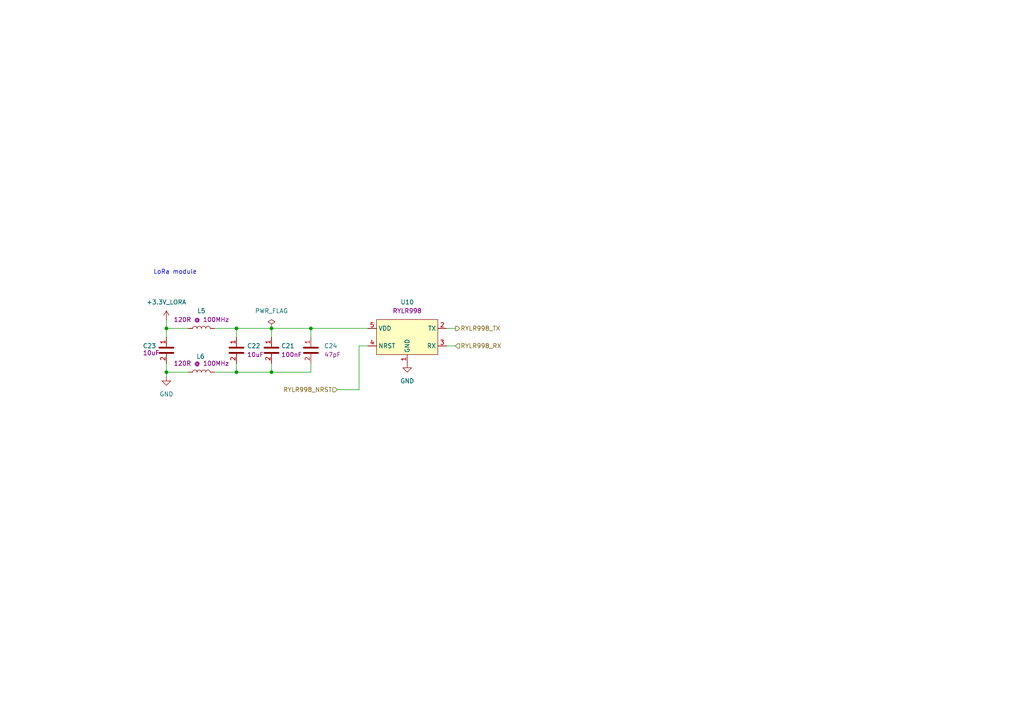
<source format=kicad_sch>
(kicad_sch
	(version 20250114)
	(generator "eeschema")
	(generator_version "9.0")
	(uuid "35de5680-8a92-4cbb-83ad-bcdbf05e03e4")
	(paper "A4")
	(lib_symbols
		(symbol "002-Capacitors:C_100nF_50V_10%_X7R_0402"
			(exclude_from_sim no)
			(in_bom yes)
			(on_board yes)
			(property "Reference" "C"
				(at 5.588 1.27 0)
				(effects
					(font
						(size 1.27 1.27)
					)
				)
			)
			(property "Value" "C_100nF_50V_10%_X7R_0402_H0.55"
				(at -0.508 -31.496 0)
				(effects
					(font
						(size 1.27 1.27)
					)
					(hide yes)
				)
			)
			(property "Footprint" "002-Capacitors:C_0402_H0.55"
				(at -0.254 -25.4 0)
				(effects
					(font
						(size 1.27 1.27)
					)
					(hide yes)
				)
			)
			(property "Datasheet" "https://search.murata.co.jp/Ceramy/image/img/A01X/G101/ENG/GRM155R71H104KE14-01.pdf"
				(at -0.254 -29.464 0)
				(effects
					(font
						(size 1.27 1.27)
					)
					(hide yes)
				)
			)
			(property "Description" "Ceramic capacitor"
				(at -0.508 -19.812 0)
				(effects
					(font
						(size 1.27 1.27)
					)
					(hide yes)
				)
			)
			(property "Web link" "https://www.digikey.ch/en/products/detail/murata-electronics/GRM155R71H104KE14J/5973352"
				(at -0.254 -23.876 0)
				(effects
					(font
						(size 1.27 1.27)
					)
					(hide yes)
				)
			)
			(property "Manufacturer" "Murata Electronics"
				(at -0.508 -34.29 0)
				(effects
					(font
						(size 1.27 1.27)
					)
					(hide yes)
				)
			)
			(property "Manufacturer P/N" "GRM155R71H104KE14J"
				(at -0.508 -27.432 0)
				(effects
					(font
						(size 1.27 1.27)
					)
					(hide yes)
				)
			)
			(property "Digikey P/N" "490-13342-1-ND"
				(at 0 -21.844 0)
				(effects
					(font
						(size 1.27 1.27)
					)
					(hide yes)
				)
			)
			(property "Price" "0.09"
				(at 0 -16.002 0)
				(effects
					(font
						(size 1.27 1.27)
					)
					(hide yes)
				)
			)
			(property "Height" "0.55"
				(at -0.254 -14.224 0)
				(effects
					(font
						(size 1.27 1.27)
					)
					(hide yes)
				)
			)
			(property "Temperature" "-55 to 125"
				(at -0.508 -17.78 0)
				(effects
					(font
						(size 1.27 1.27)
					)
					(hide yes)
				)
			)
			(property "Value Disp" "100nF"
				(at 5.842 -0.508 0)
				(effects
					(font
						(size 1.27 1.27)
					)
				)
			)
			(property "ki_keywords" "Capacitor, 100nf, 0.1uF"
				(at 0 0 0)
				(effects
					(font
						(size 1.27 1.27)
					)
					(hide yes)
				)
			)
			(symbol "C_100nF_50V_10%_X7R_0402_0_1"
				(polyline
					(pts
						(xy -2.032 0.762) (xy 2.032 0.762)
					)
					(stroke
						(width 0.508)
						(type default)
					)
					(fill
						(type none)
					)
				)
				(polyline
					(pts
						(xy -2.032 -0.762) (xy 2.032 -0.762)
					)
					(stroke
						(width 0.508)
						(type default)
					)
					(fill
						(type none)
					)
				)
			)
			(symbol "C_100nF_50V_10%_X7R_0402_1_1"
				(pin passive line
					(at 0 3.81 270)
					(length 2.794)
					(name "~"
						(effects
							(font
								(size 1.27 1.27)
							)
						)
					)
					(number "1"
						(effects
							(font
								(size 1.27 1.27)
							)
						)
					)
				)
				(pin passive line
					(at 0 -3.81 90)
					(length 2.794)
					(name "~"
						(effects
							(font
								(size 1.27 1.27)
							)
						)
					)
					(number "2"
						(effects
							(font
								(size 1.27 1.27)
							)
						)
					)
				)
			)
			(embedded_fonts no)
		)
		(symbol "002-Capacitors:C_10uF_10V_20%_X5R_0603"
			(exclude_from_sim no)
			(in_bom yes)
			(on_board yes)
			(property "Reference" "C"
				(at 5.588 1.27 0)
				(effects
					(font
						(size 1.27 1.27)
					)
				)
			)
			(property "Value" "C_10uF_10V_20%_X5R_0603H0.9"
				(at -0.508 -31.496 0)
				(effects
					(font
						(size 1.27 1.27)
					)
					(hide yes)
				)
			)
			(property "Footprint" "002-Capacitors:C_0603_H0.95"
				(at -0.254 -25.4 0)
				(effects
					(font
						(size 1.27 1.27)
					)
					(hide yes)
				)
			)
			(property "Datasheet" "https://search.murata.co.jp/Ceramy/image/img/A01X/G101/ENG/GRM188R61A106ME69-01.pdf"
				(at -0.254 -29.464 0)
				(effects
					(font
						(size 1.27 1.27)
					)
					(hide yes)
				)
			)
			(property "Description" "Ceramic capacitor"
				(at -0.508 -19.812 0)
				(effects
					(font
						(size 1.27 1.27)
					)
					(hide yes)
				)
			)
			(property "Web link" "https://www.digikey.ch/en/products/detail/murata-electronics/GRM188R61A106ME69D/5027560"
				(at -0.254 -23.876 0)
				(effects
					(font
						(size 1.27 1.27)
					)
					(hide yes)
				)
			)
			(property "Manufacturer" "Murata Electronics"
				(at -0.508 -34.29 0)
				(effects
					(font
						(size 1.27 1.27)
					)
					(hide yes)
				)
			)
			(property "Manufacturer P/N" "GRM188R61A106ME69D"
				(at -0.508 -27.432 0)
				(effects
					(font
						(size 1.27 1.27)
					)
					(hide yes)
				)
			)
			(property "Digikey P/N" "490-10475-1-ND"
				(at 0 -21.844 0)
				(effects
					(font
						(size 1.27 1.27)
					)
					(hide yes)
				)
			)
			(property "Price" "0.13"
				(at 0 -16.002 0)
				(effects
					(font
						(size 1.27 1.27)
					)
					(hide yes)
				)
			)
			(property "Height" "0.95"
				(at -0.254 -14.224 0)
				(effects
					(font
						(size 1.27 1.27)
					)
					(hide yes)
				)
			)
			(property "Temperature" "-55 to 85"
				(at -0.508 -17.78 0)
				(effects
					(font
						(size 1.27 1.27)
					)
					(hide yes)
				)
			)
			(property "Value Disp" "10uF"
				(at 5.842 -0.508 0)
				(effects
					(font
						(size 1.27 1.27)
					)
				)
			)
			(property "ki_keywords" "Capacitor, 10uF"
				(at 0 0 0)
				(effects
					(font
						(size 1.27 1.27)
					)
					(hide yes)
				)
			)
			(symbol "C_10uF_10V_20%_X5R_0603_0_1"
				(polyline
					(pts
						(xy -2.032 0.762) (xy 2.032 0.762)
					)
					(stroke
						(width 0.508)
						(type default)
					)
					(fill
						(type none)
					)
				)
				(polyline
					(pts
						(xy -2.032 -0.762) (xy 2.032 -0.762)
					)
					(stroke
						(width 0.508)
						(type default)
					)
					(fill
						(type none)
					)
				)
			)
			(symbol "C_10uF_10V_20%_X5R_0603_1_1"
				(pin passive line
					(at 0 3.81 270)
					(length 2.794)
					(name "~"
						(effects
							(font
								(size 1.27 1.27)
							)
						)
					)
					(number "1"
						(effects
							(font
								(size 1.27 1.27)
							)
						)
					)
				)
				(pin passive line
					(at 0 -3.81 90)
					(length 2.794)
					(name "~"
						(effects
							(font
								(size 1.27 1.27)
							)
						)
					)
					(number "2"
						(effects
							(font
								(size 1.27 1.27)
							)
						)
					)
				)
			)
			(embedded_fonts no)
		)
		(symbol "002-Capacitors:C_47pF_50V_5%_C0G_0402"
			(exclude_from_sim no)
			(in_bom yes)
			(on_board yes)
			(property "Reference" "C"
				(at 5.588 1.27 0)
				(effects
					(font
						(size 1.27 1.27)
					)
				)
			)
			(property "Value" "C_47pF_50V_5%_C0G_0402"
				(at -0.508 -31.496 0)
				(effects
					(font
						(size 1.27 1.27)
					)
					(hide yes)
				)
			)
			(property "Footprint" "002-Capacitors:C_0402_H0.55"
				(at -0.254 -25.4 0)
				(effects
					(font
						(size 1.27 1.27)
					)
					(hide yes)
				)
			)
			(property "Datasheet" "https://search.murata.co.jp/Ceramy/image/img/A01X/G101/ENG/GRM1555C1H470JA01-01.pdf"
				(at -0.254 -29.464 0)
				(effects
					(font
						(size 1.27 1.27)
					)
					(hide yes)
				)
			)
			(property "Description" "Ceramic capacitor"
				(at -0.508 -19.812 0)
				(effects
					(font
						(size 1.27 1.27)
					)
					(hide yes)
				)
			)
			(property "Web link" "https://www.digikey.ch/en/products/detail/murata-electronics/GRM1555C1H470JA01D/3693853"
				(at -0.254 -23.876 0)
				(effects
					(font
						(size 1.27 1.27)
					)
					(hide yes)
				)
			)
			(property "Manufacturer" "Murata Electronics"
				(at -0.508 -34.29 0)
				(effects
					(font
						(size 1.27 1.27)
					)
					(hide yes)
				)
			)
			(property "Manufacturer P/N" "GRM1555C1H470JA01D"
				(at -0.508 -27.432 0)
				(effects
					(font
						(size 1.27 1.27)
					)
					(hide yes)
				)
			)
			(property "Digikey P/N" "490-5942-1-ND"
				(at 0 -21.844 0)
				(effects
					(font
						(size 1.27 1.27)
					)
					(hide yes)
				)
			)
			(property "Price" "0.09"
				(at 0 -16.002 0)
				(effects
					(font
						(size 1.27 1.27)
					)
					(hide yes)
				)
			)
			(property "Height" "0.55"
				(at -0.254 -14.224 0)
				(effects
					(font
						(size 1.27 1.27)
					)
					(hide yes)
				)
			)
			(property "Temperature" "-55 to 125"
				(at -0.508 -17.78 0)
				(effects
					(font
						(size 1.27 1.27)
					)
					(hide yes)
				)
			)
			(property "Value Disp" "47pF"
				(at 5.842 -0.508 0)
				(effects
					(font
						(size 1.27 1.27)
					)
				)
			)
			(property "ki_keywords" "Capacitor, 47pF"
				(at 0 0 0)
				(effects
					(font
						(size 1.27 1.27)
					)
					(hide yes)
				)
			)
			(symbol "C_47pF_50V_5%_C0G_0402_0_1"
				(polyline
					(pts
						(xy -2.032 0.762) (xy 2.032 0.762)
					)
					(stroke
						(width 0.508)
						(type default)
					)
					(fill
						(type none)
					)
				)
				(polyline
					(pts
						(xy -2.032 -0.762) (xy 2.032 -0.762)
					)
					(stroke
						(width 0.508)
						(type default)
					)
					(fill
						(type none)
					)
				)
			)
			(symbol "C_47pF_50V_5%_C0G_0402_1_1"
				(pin passive line
					(at 0 3.81 270)
					(length 2.794)
					(name "~"
						(effects
							(font
								(size 1.27 1.27)
							)
						)
					)
					(number "1"
						(effects
							(font
								(size 1.27 1.27)
							)
						)
					)
				)
				(pin passive line
					(at 0 -3.81 90)
					(length 2.794)
					(name "~"
						(effects
							(font
								(size 1.27 1.27)
							)
						)
					)
					(number "2"
						(effects
							(font
								(size 1.27 1.27)
							)
						)
					)
				)
			)
			(embedded_fonts no)
		)
		(symbol "003-Inductors:FERR_120R@100MHz_5%_1.5A_95mOhm"
			(pin_numbers
				(hide yes)
			)
			(pin_names
				(offset 1.016)
				(hide yes)
			)
			(exclude_from_sim no)
			(in_bom yes)
			(on_board yes)
			(property "Reference" "L"
				(at 0.254 2.032 0)
				(effects
					(font
						(size 1.27 1.27)
					)
				)
			)
			(property "Value" "FERR_120R@100MHz_5%_1.5A_95mOhm"
				(at 4.318 -5.08 0)
				(effects
					(font
						(size 1.27 1.27)
					)
					(hide yes)
				)
			)
			(property "Footprint" "003-Inductors:FERR_0402_H0.55"
				(at 0 -8.89 0)
				(effects
					(font
						(size 1.27 1.27)
					)
					(hide yes)
				)
			)
			(property "Datasheet" "https://www.murata.com/en-us/products/productdata/8796750970910/ENFA0023.pdf"
				(at 0 -23.114 0)
				(effects
					(font
						(size 1.27 1.27)
					)
					(hide yes)
				)
			)
			(property "Description" "Ferrite bead"
				(at 0.254 -6.858 0)
				(effects
					(font
						(size 1.27 1.27)
					)
					(hide yes)
				)
			)
			(property "Web link" "https://www.digikey.ch/en/products/detail/murata-electronics/BLM15EG121SN1D/1016163?s=N4IgTCBcDaIAQCEAyBZAjAVgKIHE1jQGUA5NAERAF0BfIA"
				(at 0.254 -20.574 0)
				(effects
					(font
						(size 1.27 1.27)
					)
					(hide yes)
				)
			)
			(property "Manufacturer" "Murata Electronics"
				(at 0 -16.256 0)
				(effects
					(font
						(size 1.27 1.27)
					)
					(hide yes)
				)
			)
			(property "Manufacturer P/N" "BLM15EG121SN1D"
				(at 0 -18.542 0)
				(effects
					(font
						(size 1.27 1.27)
					)
					(hide yes)
				)
			)
			(property "Digikey P/N" "490-4004-1-ND"
				(at 0.254 -14.224 0)
				(effects
					(font
						(size 1.27 1.27)
					)
					(hide yes)
				)
			)
			(property "Price" "0.15"
				(at 0.254 -27.178 0)
				(effects
					(font
						(size 1.27 1.27)
					)
					(hide yes)
				)
			)
			(property "Height" "0.55"
				(at 0.254 -11.938 0)
				(effects
					(font
						(size 1.27 1.27)
					)
					(hide yes)
				)
			)
			(property "Temperature" "-55 to 125"
				(at 0 -25.4 0)
				(effects
					(font
						(size 1.27 1.27)
					)
					(hide yes)
				)
			)
			(property "Value Disp" "120R @ 100MHz"
				(at 0 -2.032 0)
				(effects
					(font
						(size 1.27 1.27)
					)
				)
			)
			(property "ki_keywords" "Ferrite bead"
				(at 0 0 0)
				(effects
					(font
						(size 1.27 1.27)
					)
					(hide yes)
				)
			)
			(property "ki_fp_filters" "Choke_* *Coil* Inductor_* L_*"
				(at 0 0 0)
				(effects
					(font
						(size 1.27 1.27)
					)
					(hide yes)
				)
			)
			(symbol "FERR_120R@100MHz_5%_1.5A_95mOhm_0_1"
				(arc
					(start -2.54 0)
					(mid -1.905 0.6323)
					(end -1.27 0)
					(stroke
						(width 0)
						(type default)
					)
					(fill
						(type none)
					)
				)
				(arc
					(start -1.27 0.0027)
					(mid -0.635 0.635)
					(end 0 0.0027)
					(stroke
						(width 0)
						(type default)
					)
					(fill
						(type none)
					)
				)
				(arc
					(start 0 0)
					(mid 0.635 0.6323)
					(end 1.27 0)
					(stroke
						(width 0)
						(type default)
					)
					(fill
						(type none)
					)
				)
				(arc
					(start 1.27 0.0027)
					(mid 1.905 0.635)
					(end 2.54 0.0027)
					(stroke
						(width 0)
						(type default)
					)
					(fill
						(type none)
					)
				)
			)
			(symbol "FERR_120R@100MHz_5%_1.5A_95mOhm_1_1"
				(pin passive line
					(at -3.81 0 0)
					(length 1.27)
					(name "1"
						(effects
							(font
								(size 1.27 1.27)
							)
						)
					)
					(number "1"
						(effects
							(font
								(size 1.27 1.27)
							)
						)
					)
				)
				(pin passive line
					(at 3.81 0 180)
					(length 1.27)
					(name "2"
						(effects
							(font
								(size 1.27 1.27)
							)
						)
					)
					(number "2"
						(effects
							(font
								(size 1.27 1.27)
							)
						)
					)
				)
			)
			(embedded_fonts no)
		)
		(symbol "010-RF:RYLR998"
			(exclude_from_sim no)
			(in_bom yes)
			(on_board yes)
			(property "Reference" "U"
				(at 0 8.382 0)
				(effects
					(font
						(size 1.27 1.27)
					)
				)
			)
			(property "Value" "RYLR998"
				(at 0.254 -29.464 0)
				(effects
					(font
						(size 1.27 1.27)
					)
					(hide yes)
				)
			)
			(property "Footprint" "010-RF:RYLR998_flat"
				(at 0 -34.798 0)
				(effects
					(font
						(size 1.27 1.27)
					)
					(hide yes)
				)
			)
			(property "Datasheet" "https://reyax.com//upload/products_download/download_file/RYLR998_EN.pdf"
				(at 0.254 -32.766 0)
				(effects
					(font
						(size 1.27 1.27)
					)
					(hide yes)
				)
			)
			(property "Description" "LoRa module"
				(at 0 -43.18 0)
				(effects
					(font
						(size 1.27 1.27)
					)
					(hide yes)
				)
			)
			(property "Web link" "https://reyax.com/products/RYLR998"
				(at 0 -38.862 0)
				(effects
					(font
						(size 1.27 1.27)
					)
					(hide yes)
				)
			)
			(property "Manufacturer" "Reyax"
				(at 0.254 -30.988 0)
				(effects
					(font
						(size 1.27 1.27)
					)
					(hide yes)
				)
			)
			(property "Manufacturer P/N" "RYLR998"
				(at 0.254 -36.576 0)
				(effects
					(font
						(size 1.27 1.27)
					)
					(hide yes)
				)
			)
			(property "Digikey P/N" "-"
				(at 0.254 -46.99 0)
				(effects
					(font
						(size 1.27 1.27)
					)
					(hide yes)
				)
			)
			(property "Price" "12"
				(at 0 -45.212 0)
				(effects
					(font
						(size 1.27 1.27)
					)
					(hide yes)
				)
			)
			(property "Height" "3"
				(at 0.254 -48.768 0)
				(effects
					(font
						(size 1.27 1.27)
					)
					(hide yes)
				)
			)
			(property "Temperature" "-40 to 85"
				(at 0.254 -41.402 0)
				(effects
					(font
						(size 1.27 1.27)
					)
					(hide yes)
				)
			)
			(property "Value Disp" "RYLR998"
				(at 0.254 6.35 0)
				(effects
					(font
						(size 1.27 1.27)
					)
				)
			)
			(symbol "RYLR998_1_1"
				(rectangle
					(start -8.89 5.08)
					(end 8.89 -5.08)
					(stroke
						(width 0)
						(type default)
					)
					(fill
						(type background)
					)
				)
				(pin power_in line
					(at -11.43 2.54 0)
					(length 2.54)
					(name "VDD"
						(effects
							(font
								(size 1.27 1.27)
							)
						)
					)
					(number "5"
						(effects
							(font
								(size 1.27 1.27)
							)
						)
					)
				)
				(pin input line
					(at -11.43 -2.54 0)
					(length 2.54)
					(name "NRST"
						(effects
							(font
								(size 1.27 1.27)
							)
						)
					)
					(number "4"
						(effects
							(font
								(size 1.27 1.27)
							)
						)
					)
				)
				(pin power_in line
					(at 0 -7.62 90)
					(length 2.54)
					(name "GND"
						(effects
							(font
								(size 1.27 1.27)
							)
						)
					)
					(number "1"
						(effects
							(font
								(size 1.27 1.27)
							)
						)
					)
				)
				(pin output line
					(at 11.43 2.54 180)
					(length 2.54)
					(name "TX"
						(effects
							(font
								(size 1.27 1.27)
							)
						)
					)
					(number "2"
						(effects
							(font
								(size 1.27 1.27)
							)
						)
					)
				)
				(pin input line
					(at 11.43 -2.54 180)
					(length 2.54)
					(name "RX"
						(effects
							(font
								(size 1.27 1.27)
							)
						)
					)
					(number "3"
						(effects
							(font
								(size 1.27 1.27)
							)
						)
					)
				)
			)
			(embedded_fonts no)
		)
		(symbol "power:+3.3V"
			(power)
			(pin_numbers
				(hide yes)
			)
			(pin_names
				(offset 0)
				(hide yes)
			)
			(exclude_from_sim no)
			(in_bom yes)
			(on_board yes)
			(property "Reference" "#PWR"
				(at 0 -3.81 0)
				(effects
					(font
						(size 1.27 1.27)
					)
					(hide yes)
				)
			)
			(property "Value" "+3.3V"
				(at 0 3.556 0)
				(effects
					(font
						(size 1.27 1.27)
					)
				)
			)
			(property "Footprint" ""
				(at 0 0 0)
				(effects
					(font
						(size 1.27 1.27)
					)
					(hide yes)
				)
			)
			(property "Datasheet" ""
				(at 0 0 0)
				(effects
					(font
						(size 1.27 1.27)
					)
					(hide yes)
				)
			)
			(property "Description" "Power symbol creates a global label with name \"+3.3V\""
				(at 0 0 0)
				(effects
					(font
						(size 1.27 1.27)
					)
					(hide yes)
				)
			)
			(property "ki_keywords" "global power"
				(at 0 0 0)
				(effects
					(font
						(size 1.27 1.27)
					)
					(hide yes)
				)
			)
			(symbol "+3.3V_0_1"
				(polyline
					(pts
						(xy -0.762 1.27) (xy 0 2.54)
					)
					(stroke
						(width 0)
						(type default)
					)
					(fill
						(type none)
					)
				)
				(polyline
					(pts
						(xy 0 2.54) (xy 0.762 1.27)
					)
					(stroke
						(width 0)
						(type default)
					)
					(fill
						(type none)
					)
				)
				(polyline
					(pts
						(xy 0 0) (xy 0 2.54)
					)
					(stroke
						(width 0)
						(type default)
					)
					(fill
						(type none)
					)
				)
			)
			(symbol "+3.3V_1_1"
				(pin power_in line
					(at 0 0 90)
					(length 0)
					(name "~"
						(effects
							(font
								(size 1.27 1.27)
							)
						)
					)
					(number "1"
						(effects
							(font
								(size 1.27 1.27)
							)
						)
					)
				)
			)
			(embedded_fonts no)
		)
		(symbol "power:GND"
			(power)
			(pin_numbers
				(hide yes)
			)
			(pin_names
				(offset 0)
				(hide yes)
			)
			(exclude_from_sim no)
			(in_bom yes)
			(on_board yes)
			(property "Reference" "#PWR"
				(at 0 -6.35 0)
				(effects
					(font
						(size 1.27 1.27)
					)
					(hide yes)
				)
			)
			(property "Value" "GND"
				(at 0 -3.81 0)
				(effects
					(font
						(size 1.27 1.27)
					)
				)
			)
			(property "Footprint" ""
				(at 0 0 0)
				(effects
					(font
						(size 1.27 1.27)
					)
					(hide yes)
				)
			)
			(property "Datasheet" ""
				(at 0 0 0)
				(effects
					(font
						(size 1.27 1.27)
					)
					(hide yes)
				)
			)
			(property "Description" "Power symbol creates a global label with name \"GND\" , ground"
				(at 0 0 0)
				(effects
					(font
						(size 1.27 1.27)
					)
					(hide yes)
				)
			)
			(property "ki_keywords" "global power"
				(at 0 0 0)
				(effects
					(font
						(size 1.27 1.27)
					)
					(hide yes)
				)
			)
			(symbol "GND_0_1"
				(polyline
					(pts
						(xy 0 0) (xy 0 -1.27) (xy 1.27 -1.27) (xy 0 -2.54) (xy -1.27 -1.27) (xy 0 -1.27)
					)
					(stroke
						(width 0)
						(type default)
					)
					(fill
						(type none)
					)
				)
			)
			(symbol "GND_1_1"
				(pin power_in line
					(at 0 0 270)
					(length 0)
					(name "~"
						(effects
							(font
								(size 1.27 1.27)
							)
						)
					)
					(number "1"
						(effects
							(font
								(size 1.27 1.27)
							)
						)
					)
				)
			)
			(embedded_fonts no)
		)
		(symbol "power:PWR_FLAG"
			(power)
			(pin_numbers
				(hide yes)
			)
			(pin_names
				(offset 0)
				(hide yes)
			)
			(exclude_from_sim no)
			(in_bom yes)
			(on_board yes)
			(property "Reference" "#FLG"
				(at 0 1.905 0)
				(effects
					(font
						(size 1.27 1.27)
					)
					(hide yes)
				)
			)
			(property "Value" "PWR_FLAG"
				(at 0 3.81 0)
				(effects
					(font
						(size 1.27 1.27)
					)
				)
			)
			(property "Footprint" ""
				(at 0 0 0)
				(effects
					(font
						(size 1.27 1.27)
					)
					(hide yes)
				)
			)
			(property "Datasheet" "~"
				(at 0 0 0)
				(effects
					(font
						(size 1.27 1.27)
					)
					(hide yes)
				)
			)
			(property "Description" "Special symbol for telling ERC where power comes from"
				(at 0 0 0)
				(effects
					(font
						(size 1.27 1.27)
					)
					(hide yes)
				)
			)
			(property "ki_keywords" "flag power"
				(at 0 0 0)
				(effects
					(font
						(size 1.27 1.27)
					)
					(hide yes)
				)
			)
			(symbol "PWR_FLAG_0_0"
				(pin power_out line
					(at 0 0 90)
					(length 0)
					(name "~"
						(effects
							(font
								(size 1.27 1.27)
							)
						)
					)
					(number "1"
						(effects
							(font
								(size 1.27 1.27)
							)
						)
					)
				)
			)
			(symbol "PWR_FLAG_0_1"
				(polyline
					(pts
						(xy 0 0) (xy 0 1.27) (xy -1.016 1.905) (xy 0 2.54) (xy 1.016 1.905) (xy 0 1.27)
					)
					(stroke
						(width 0)
						(type default)
					)
					(fill
						(type none)
					)
				)
			)
			(embedded_fonts no)
		)
	)
	(text "LoRa module"
		(exclude_from_sim no)
		(at 50.8 78.994 0)
		(effects
			(font
				(size 1.27 1.27)
			)
		)
		(uuid "24e38326-5885-440e-b3c1-7b9fb92bb1cd")
	)
	(junction
		(at 78.74 107.95)
		(diameter 0)
		(color 0 0 0 0)
		(uuid "08c6eb05-53bc-4e9b-9b8e-c2265704131b")
	)
	(junction
		(at 68.58 95.25)
		(diameter 0)
		(color 0 0 0 0)
		(uuid "1e3068fa-d3b8-4610-a4a5-c650a8d1099a")
	)
	(junction
		(at 78.74 95.25)
		(diameter 0)
		(color 0 0 0 0)
		(uuid "31c588c0-0eea-44cf-aa2f-bef11e588fdc")
	)
	(junction
		(at 48.26 95.25)
		(diameter 0)
		(color 0 0 0 0)
		(uuid "41b78419-9d05-4d39-9c0a-d4f6b362a6ff")
	)
	(junction
		(at 68.58 107.95)
		(diameter 0)
		(color 0 0 0 0)
		(uuid "9e532145-8020-43cf-9e23-d4205661b0fc")
	)
	(junction
		(at 48.26 107.95)
		(diameter 0)
		(color 0 0 0 0)
		(uuid "b85fbcbc-8b45-4196-8cef-6bc01e42ab5f")
	)
	(junction
		(at 90.17 95.25)
		(diameter 0)
		(color 0 0 0 0)
		(uuid "d2e84d25-ae4b-41f1-ae18-b735191b273f")
	)
	(wire
		(pts
			(xy 90.17 95.25) (xy 106.68 95.25)
		)
		(stroke
			(width 0)
			(type default)
		)
		(uuid "00361ab8-acb1-4715-94b6-b6a0cf7b4c99")
	)
	(wire
		(pts
			(xy 48.26 95.25) (xy 54.61 95.25)
		)
		(stroke
			(width 0)
			(type default)
		)
		(uuid "053f9116-1b86-4553-8739-b20567f60b92")
	)
	(wire
		(pts
			(xy 104.14 113.03) (xy 104.14 100.33)
		)
		(stroke
			(width 0)
			(type default)
		)
		(uuid "05ccc1d6-9fee-42cd-9780-80e5b0d0f6ea")
	)
	(wire
		(pts
			(xy 78.74 95.25) (xy 68.58 95.25)
		)
		(stroke
			(width 0)
			(type default)
		)
		(uuid "1da50783-220c-4722-8ff3-bd1175dcc45e")
	)
	(wire
		(pts
			(xy 54.61 107.95) (xy 48.26 107.95)
		)
		(stroke
			(width 0)
			(type default)
		)
		(uuid "1f6e52b9-00eb-4195-9b28-db54e4c82ab1")
	)
	(wire
		(pts
			(xy 68.58 105.41) (xy 68.58 107.95)
		)
		(stroke
			(width 0)
			(type default)
		)
		(uuid "2427ca9e-5555-41f2-a317-729501e103a7")
	)
	(wire
		(pts
			(xy 90.17 97.79) (xy 90.17 95.25)
		)
		(stroke
			(width 0)
			(type default)
		)
		(uuid "2ba5d66e-d71b-498d-a073-5621c5c3b117")
	)
	(wire
		(pts
			(xy 129.54 95.25) (xy 132.08 95.25)
		)
		(stroke
			(width 0)
			(type default)
		)
		(uuid "2db61fbf-136d-4edb-ab2a-a8662a33ca2e")
	)
	(wire
		(pts
			(xy 48.26 107.95) (xy 48.26 105.41)
		)
		(stroke
			(width 0)
			(type default)
		)
		(uuid "41a00cf0-00eb-4601-945d-6ee3a1a14ec2")
	)
	(wire
		(pts
			(xy 104.14 100.33) (xy 106.68 100.33)
		)
		(stroke
			(width 0)
			(type default)
		)
		(uuid "445dc0b0-ab5c-4f75-92a3-b365a9879840")
	)
	(wire
		(pts
			(xy 48.26 97.79) (xy 48.26 95.25)
		)
		(stroke
			(width 0)
			(type default)
		)
		(uuid "4e42510d-9487-49f7-9a99-577f8e7ad755")
	)
	(wire
		(pts
			(xy 90.17 95.25) (xy 78.74 95.25)
		)
		(stroke
			(width 0)
			(type default)
		)
		(uuid "7825e968-21d5-49e1-be14-2239bf984038")
	)
	(wire
		(pts
			(xy 68.58 95.25) (xy 62.23 95.25)
		)
		(stroke
			(width 0)
			(type default)
		)
		(uuid "813e2447-5296-4473-8f4e-9ab0ad4657e7")
	)
	(wire
		(pts
			(xy 90.17 107.95) (xy 78.74 107.95)
		)
		(stroke
			(width 0)
			(type default)
		)
		(uuid "8e5e8090-e4a9-4bd0-baeb-a28686628e42")
	)
	(wire
		(pts
			(xy 78.74 105.41) (xy 78.74 107.95)
		)
		(stroke
			(width 0)
			(type default)
		)
		(uuid "994376d8-27f7-4b51-b520-3d42b54be6fa")
	)
	(wire
		(pts
			(xy 78.74 107.95) (xy 68.58 107.95)
		)
		(stroke
			(width 0)
			(type default)
		)
		(uuid "a9304067-3f55-491e-bf01-06232a17fd1c")
	)
	(wire
		(pts
			(xy 68.58 97.79) (xy 68.58 95.25)
		)
		(stroke
			(width 0)
			(type default)
		)
		(uuid "b0651ad5-23de-47b8-ab89-5f83b90a4605")
	)
	(wire
		(pts
			(xy 90.17 105.41) (xy 90.17 107.95)
		)
		(stroke
			(width 0)
			(type default)
		)
		(uuid "b16a5913-70ad-4ce9-800c-2aa5cc88f629")
	)
	(wire
		(pts
			(xy 48.26 107.95) (xy 48.26 109.22)
		)
		(stroke
			(width 0)
			(type default)
		)
		(uuid "c693d991-af13-4a1f-b67a-0ee148eaae92")
	)
	(wire
		(pts
			(xy 97.79 113.03) (xy 104.14 113.03)
		)
		(stroke
			(width 0)
			(type default)
		)
		(uuid "d089c2d2-aac9-4dd3-bb27-df5ecbfa6ccb")
	)
	(wire
		(pts
			(xy 78.74 97.79) (xy 78.74 95.25)
		)
		(stroke
			(width 0)
			(type default)
		)
		(uuid "d8ddcbbe-faa1-413c-b41a-fed606ded531")
	)
	(wire
		(pts
			(xy 129.54 100.33) (xy 132.08 100.33)
		)
		(stroke
			(width 0)
			(type default)
		)
		(uuid "dc81c6a9-aa36-41fa-8793-64ccf89eb952")
	)
	(wire
		(pts
			(xy 68.58 107.95) (xy 62.23 107.95)
		)
		(stroke
			(width 0)
			(type default)
		)
		(uuid "f83f9576-6632-41d4-9e3a-fcd6a70969a3")
	)
	(wire
		(pts
			(xy 48.26 92.71) (xy 48.26 95.25)
		)
		(stroke
			(width 0)
			(type default)
		)
		(uuid "feeb0b03-113c-4295-a6fa-54058e5310c6")
	)
	(hierarchical_label "RYLR998_RX"
		(shape input)
		(at 132.08 100.33 0)
		(effects
			(font
				(size 1.27 1.27)
			)
			(justify left)
		)
		(uuid "2d3eae84-8cc3-43bd-99a2-82eac921d4c3")
	)
	(hierarchical_label "RYLR998_TX"
		(shape output)
		(at 132.08 95.25 0)
		(effects
			(font
				(size 1.27 1.27)
			)
			(justify left)
		)
		(uuid "42fe5bb9-ad4f-4bc1-a025-fe83f420e579")
	)
	(hierarchical_label "RYLR998_NRST"
		(shape input)
		(at 97.79 113.03 180)
		(effects
			(font
				(size 1.27 1.27)
			)
			(justify right)
		)
		(uuid "52ccec38-41de-4482-a88f-2df23874328d")
	)
	(symbol
		(lib_id "power:GND")
		(at 48.26 109.22 0)
		(unit 1)
		(exclude_from_sim no)
		(in_bom yes)
		(on_board yes)
		(dnp no)
		(fields_autoplaced yes)
		(uuid "0cfb5533-5c29-4f66-9e11-f13905ef7f4e")
		(property "Reference" "#PWR035"
			(at 48.26 115.57 0)
			(effects
				(font
					(size 1.27 1.27)
				)
				(hide yes)
			)
		)
		(property "Value" "GND"
			(at 48.26 114.3 0)
			(effects
				(font
					(size 1.27 1.27)
				)
			)
		)
		(property "Footprint" ""
			(at 48.26 109.22 0)
			(effects
				(font
					(size 1.27 1.27)
				)
				(hide yes)
			)
		)
		(property "Datasheet" ""
			(at 48.26 109.22 0)
			(effects
				(font
					(size 1.27 1.27)
				)
				(hide yes)
			)
		)
		(property "Description" "Power symbol creates a global label with name \"GND\" , ground"
			(at 48.26 109.22 0)
			(effects
				(font
					(size 1.27 1.27)
				)
				(hide yes)
			)
		)
		(pin "1"
			(uuid "ef17cd9b-27da-4221-866b-f524b12f353b")
		)
		(instances
			(project "relativeGPS"
				(path "/9255e348-2f0c-48d3-8a71-46491dcb1a12/bf8f6f94-3ffc-4012-b64d-7846202ef01e"
					(reference "#PWR035")
					(unit 1)
				)
			)
		)
	)
	(symbol
		(lib_id "002-Capacitors:C_47pF_50V_5%_C0G_0402")
		(at 90.17 101.6 0)
		(unit 1)
		(exclude_from_sim no)
		(in_bom yes)
		(on_board yes)
		(dnp no)
		(fields_autoplaced yes)
		(uuid "0e9f6e75-5c68-4cc4-bf36-da20be75977c")
		(property "Reference" "C24"
			(at 93.98 100.3299 0)
			(effects
				(font
					(size 1.27 1.27)
				)
				(justify left)
			)
		)
		(property "Value" "C_47pF_50V_5%_C0G_0402"
			(at 89.662 133.096 0)
			(effects
				(font
					(size 1.27 1.27)
				)
				(hide yes)
			)
		)
		(property "Footprint" "002-Capacitors:C_0402_H0.55"
			(at 89.916 127 0)
			(effects
				(font
					(size 1.27 1.27)
				)
				(hide yes)
			)
		)
		(property "Datasheet" "https://search.murata.co.jp/Ceramy/image/img/A01X/G101/ENG/GRM1555C1H470JA01-01.pdf"
			(at 89.916 131.064 0)
			(effects
				(font
					(size 1.27 1.27)
				)
				(hide yes)
			)
		)
		(property "Description" "Ceramic capacitor"
			(at 89.662 121.412 0)
			(effects
				(font
					(size 1.27 1.27)
				)
				(hide yes)
			)
		)
		(property "Web link" "https://www.digikey.ch/en/products/detail/murata-electronics/GRM1555C1H470JA01D/3693853"
			(at 89.916 125.476 0)
			(effects
				(font
					(size 1.27 1.27)
				)
				(hide yes)
			)
		)
		(property "Manufacturer" "Murata Electronics"
			(at 89.662 135.89 0)
			(effects
				(font
					(size 1.27 1.27)
				)
				(hide yes)
			)
		)
		(property "Manufacturer P/N" "GRM1555C1H470JA01D"
			(at 89.662 129.032 0)
			(effects
				(font
					(size 1.27 1.27)
				)
				(hide yes)
			)
		)
		(property "Digikey P/N" "490-5942-1-ND"
			(at 90.17 123.444 0)
			(effects
				(font
					(size 1.27 1.27)
				)
				(hide yes)
			)
		)
		(property "Price" "0.09"
			(at 90.17 117.602 0)
			(effects
				(font
					(size 1.27 1.27)
				)
				(hide yes)
			)
		)
		(property "Height" "0.55"
			(at 89.916 115.824 0)
			(effects
				(font
					(size 1.27 1.27)
				)
				(hide yes)
			)
		)
		(property "Temperature" "-55 to 125"
			(at 89.662 119.38 0)
			(effects
				(font
					(size 1.27 1.27)
				)
				(hide yes)
			)
		)
		(property "Value Disp" "47pF"
			(at 93.98 102.8699 0)
			(effects
				(font
					(size 1.27 1.27)
				)
				(justify left)
			)
		)
		(pin "1"
			(uuid "4e81fc8d-dd05-4c00-8480-c2b123a1df00")
		)
		(pin "2"
			(uuid "139db168-4da1-47e6-8cae-3c93f60fce9a")
		)
		(instances
			(project "relativeGPS"
				(path "/9255e348-2f0c-48d3-8a71-46491dcb1a12/bf8f6f94-3ffc-4012-b64d-7846202ef01e"
					(reference "C24")
					(unit 1)
				)
			)
		)
	)
	(symbol
		(lib_id "002-Capacitors:C_10uF_10V_20%_X5R_0603")
		(at 48.26 101.6 0)
		(unit 1)
		(exclude_from_sim no)
		(in_bom yes)
		(on_board yes)
		(dnp no)
		(uuid "2738b1a2-5a30-4192-847a-cd4abdadcb86")
		(property "Reference" "C23"
			(at 41.402 100.33 0)
			(effects
				(font
					(size 1.27 1.27)
				)
				(justify left)
			)
		)
		(property "Value" "C_10uF_10V_20%_X5R_0603H0.9"
			(at 47.752 133.096 0)
			(effects
				(font
					(size 1.27 1.27)
				)
				(hide yes)
			)
		)
		(property "Footprint" "002-Capacitors:C_0603_H0.95"
			(at 48.006 127 0)
			(effects
				(font
					(size 1.27 1.27)
				)
				(hide yes)
			)
		)
		(property "Datasheet" "https://search.murata.co.jp/Ceramy/image/img/A01X/G101/ENG/GRM188R61A106ME69-01.pdf"
			(at 48.006 131.064 0)
			(effects
				(font
					(size 1.27 1.27)
				)
				(hide yes)
			)
		)
		(property "Description" "Ceramic capacitor"
			(at 47.752 121.412 0)
			(effects
				(font
					(size 1.27 1.27)
				)
				(hide yes)
			)
		)
		(property "Web link" "https://www.digikey.ch/en/products/detail/murata-electronics/GRM188R61A106ME69D/5027560"
			(at 48.006 125.476 0)
			(effects
				(font
					(size 1.27 1.27)
				)
				(hide yes)
			)
		)
		(property "Manufacturer" "Murata Electronics"
			(at 47.752 135.89 0)
			(effects
				(font
					(size 1.27 1.27)
				)
				(hide yes)
			)
		)
		(property "Manufacturer P/N" "GRM188R61A106ME69D"
			(at 47.752 129.032 0)
			(effects
				(font
					(size 1.27 1.27)
				)
				(hide yes)
			)
		)
		(property "Digikey P/N" "490-10475-1-ND"
			(at 48.26 123.444 0)
			(effects
				(font
					(size 1.27 1.27)
				)
				(hide yes)
			)
		)
		(property "Price" "0.13"
			(at 48.26 117.602 0)
			(effects
				(font
					(size 1.27 1.27)
				)
				(hide yes)
			)
		)
		(property "Height" "0.95"
			(at 48.006 115.824 0)
			(effects
				(font
					(size 1.27 1.27)
				)
				(hide yes)
			)
		)
		(property "Temperature" "-55 to 85"
			(at 47.752 119.38 0)
			(effects
				(font
					(size 1.27 1.27)
				)
				(hide yes)
			)
		)
		(property "Value Disp" "10uF"
			(at 41.402 102.362 0)
			(effects
				(font
					(size 1.27 1.27)
				)
				(justify left)
			)
		)
		(pin "1"
			(uuid "c263fc48-86e3-48b4-afad-b5b532e745e2")
		)
		(pin "2"
			(uuid "d06b85c1-1835-4096-8ca3-1d00617a924b")
		)
		(instances
			(project "relativeGPS"
				(path "/9255e348-2f0c-48d3-8a71-46491dcb1a12/bf8f6f94-3ffc-4012-b64d-7846202ef01e"
					(reference "C23")
					(unit 1)
				)
			)
		)
	)
	(symbol
		(lib_id "power:PWR_FLAG")
		(at 78.74 95.25 0)
		(unit 1)
		(exclude_from_sim no)
		(in_bom yes)
		(on_board yes)
		(dnp no)
		(fields_autoplaced yes)
		(uuid "42e3cf8f-80e5-4c3d-b3a6-7479c48da292")
		(property "Reference" "#FLG03"
			(at 78.74 93.345 0)
			(effects
				(font
					(size 1.27 1.27)
				)
				(hide yes)
			)
		)
		(property "Value" "PWR_FLAG"
			(at 78.74 90.17 0)
			(effects
				(font
					(size 1.27 1.27)
				)
			)
		)
		(property "Footprint" ""
			(at 78.74 95.25 0)
			(effects
				(font
					(size 1.27 1.27)
				)
				(hide yes)
			)
		)
		(property "Datasheet" "~"
			(at 78.74 95.25 0)
			(effects
				(font
					(size 1.27 1.27)
				)
				(hide yes)
			)
		)
		(property "Description" "Special symbol for telling ERC where power comes from"
			(at 78.74 95.25 0)
			(effects
				(font
					(size 1.27 1.27)
				)
				(hide yes)
			)
		)
		(pin "1"
			(uuid "72529bb6-d205-4142-a7c8-23b943760f11")
		)
		(instances
			(project "relativeGPS"
				(path "/9255e348-2f0c-48d3-8a71-46491dcb1a12/bf8f6f94-3ffc-4012-b64d-7846202ef01e"
					(reference "#FLG03")
					(unit 1)
				)
			)
		)
	)
	(symbol
		(lib_id "002-Capacitors:C_10uF_10V_20%_X5R_0603")
		(at 68.58 101.6 0)
		(unit 1)
		(exclude_from_sim no)
		(in_bom yes)
		(on_board yes)
		(dnp no)
		(uuid "4dc97977-345e-4146-b4a9-121807080858")
		(property "Reference" "C22"
			(at 71.628 100.33 0)
			(effects
				(font
					(size 1.27 1.27)
				)
				(justify left)
			)
		)
		(property "Value" "C_10uF_10V_20%_X5R_0603H0.9"
			(at 68.072 133.096 0)
			(effects
				(font
					(size 1.27 1.27)
				)
				(hide yes)
			)
		)
		(property "Footprint" "002-Capacitors:C_0603_H0.95"
			(at 68.326 127 0)
			(effects
				(font
					(size 1.27 1.27)
				)
				(hide yes)
			)
		)
		(property "Datasheet" "https://search.murata.co.jp/Ceramy/image/img/A01X/G101/ENG/GRM188R61A106ME69-01.pdf"
			(at 68.326 131.064 0)
			(effects
				(font
					(size 1.27 1.27)
				)
				(hide yes)
			)
		)
		(property "Description" "Ceramic capacitor"
			(at 68.072 121.412 0)
			(effects
				(font
					(size 1.27 1.27)
				)
				(hide yes)
			)
		)
		(property "Web link" "https://www.digikey.ch/en/products/detail/murata-electronics/GRM188R61A106ME69D/5027560"
			(at 68.326 125.476 0)
			(effects
				(font
					(size 1.27 1.27)
				)
				(hide yes)
			)
		)
		(property "Manufacturer" "Murata Electronics"
			(at 68.072 135.89 0)
			(effects
				(font
					(size 1.27 1.27)
				)
				(hide yes)
			)
		)
		(property "Manufacturer P/N" "GRM188R61A106ME69D"
			(at 68.072 129.032 0)
			(effects
				(font
					(size 1.27 1.27)
				)
				(hide yes)
			)
		)
		(property "Digikey P/N" "490-10475-1-ND"
			(at 68.58 123.444 0)
			(effects
				(font
					(size 1.27 1.27)
				)
				(hide yes)
			)
		)
		(property "Price" "0.13"
			(at 68.58 117.602 0)
			(effects
				(font
					(size 1.27 1.27)
				)
				(hide yes)
			)
		)
		(property "Height" "0.95"
			(at 68.326 115.824 0)
			(effects
				(font
					(size 1.27 1.27)
				)
				(hide yes)
			)
		)
		(property "Temperature" "-55 to 85"
			(at 68.072 119.38 0)
			(effects
				(font
					(size 1.27 1.27)
				)
				(hide yes)
			)
		)
		(property "Value Disp" "10uF"
			(at 71.628 102.87 0)
			(effects
				(font
					(size 1.27 1.27)
				)
				(justify left)
			)
		)
		(pin "1"
			(uuid "e86b4b62-476d-4b77-a34f-682583900cc9")
		)
		(pin "2"
			(uuid "3349f066-7ecf-4853-aedf-edda043fce4f")
		)
		(instances
			(project "relativeGPS"
				(path "/9255e348-2f0c-48d3-8a71-46491dcb1a12/bf8f6f94-3ffc-4012-b64d-7846202ef01e"
					(reference "C22")
					(unit 1)
				)
			)
		)
	)
	(symbol
		(lib_id "003-Inductors:FERR_120R@100MHz_5%_1.5A_95mOhm")
		(at 58.42 95.25 0)
		(unit 1)
		(exclude_from_sim no)
		(in_bom yes)
		(on_board yes)
		(dnp no)
		(fields_autoplaced yes)
		(uuid "56282a11-6ab4-47f3-abeb-d16775d520bd")
		(property "Reference" "L5"
			(at 58.42 90.17 0)
			(effects
				(font
					(size 1.27 1.27)
				)
			)
		)
		(property "Value" "FERR_120R@100MHz_5%_1.5A_95mOhm"
			(at 62.738 100.33 0)
			(effects
				(font
					(size 1.27 1.27)
				)
				(hide yes)
			)
		)
		(property "Footprint" "003-Inductors:FERR_0402_H0.55"
			(at 58.42 104.14 0)
			(effects
				(font
					(size 1.27 1.27)
				)
				(hide yes)
			)
		)
		(property "Datasheet" "https://www.murata.com/en-us/products/productdata/8796750970910/ENFA0023.pdf"
			(at 58.42 118.364 0)
			(effects
				(font
					(size 1.27 1.27)
				)
				(hide yes)
			)
		)
		(property "Description" "Ferrite bead"
			(at 58.674 102.108 0)
			(effects
				(font
					(size 1.27 1.27)
				)
				(hide yes)
			)
		)
		(property "Web link" "https://www.digikey.ch/en/products/detail/murata-electronics/BLM15EG121SN1D/1016163?s=N4IgTCBcDaIAQCEAyBZAjAVgKIHE1jQGUA5NAERAF0BfIA"
			(at 58.674 115.824 0)
			(effects
				(font
					(size 1.27 1.27)
				)
				(hide yes)
			)
		)
		(property "Manufacturer" "Murata Electronics"
			(at 58.42 111.506 0)
			(effects
				(font
					(size 1.27 1.27)
				)
				(hide yes)
			)
		)
		(property "Manufacturer P/N" "BLM15EG121SN1D"
			(at 58.42 113.792 0)
			(effects
				(font
					(size 1.27 1.27)
				)
				(hide yes)
			)
		)
		(property "Digikey P/N" "490-4004-1-ND"
			(at 58.674 109.474 0)
			(effects
				(font
					(size 1.27 1.27)
				)
				(hide yes)
			)
		)
		(property "Price" "0.15"
			(at 58.674 122.428 0)
			(effects
				(font
					(size 1.27 1.27)
				)
				(hide yes)
			)
		)
		(property "Height" "0.55"
			(at 58.674 107.188 0)
			(effects
				(font
					(size 1.27 1.27)
				)
				(hide yes)
			)
		)
		(property "Temperature" "-55 to 125"
			(at 58.42 120.65 0)
			(effects
				(font
					(size 1.27 1.27)
				)
				(hide yes)
			)
		)
		(property "Value Disp" "120R @ 100MHz"
			(at 58.42 92.71 0)
			(effects
				(font
					(size 1.27 1.27)
				)
			)
		)
		(pin "2"
			(uuid "ea74cc31-053b-46d6-81de-db84bc676117")
		)
		(pin "1"
			(uuid "84897155-29f5-4c2d-9eff-1dc6dcd8430e")
		)
		(instances
			(project "relativeGPS"
				(path "/9255e348-2f0c-48d3-8a71-46491dcb1a12/bf8f6f94-3ffc-4012-b64d-7846202ef01e"
					(reference "L5")
					(unit 1)
				)
			)
		)
	)
	(symbol
		(lib_id "power:GND")
		(at 118.11 105.41 0)
		(unit 1)
		(exclude_from_sim no)
		(in_bom yes)
		(on_board yes)
		(dnp no)
		(fields_autoplaced yes)
		(uuid "87c966dc-eb5c-49ff-bce6-aa53c017245e")
		(property "Reference" "#PWR05"
			(at 118.11 111.76 0)
			(effects
				(font
					(size 1.27 1.27)
				)
				(hide yes)
			)
		)
		(property "Value" "GND"
			(at 118.11 110.49 0)
			(effects
				(font
					(size 1.27 1.27)
				)
			)
		)
		(property "Footprint" ""
			(at 118.11 105.41 0)
			(effects
				(font
					(size 1.27 1.27)
				)
				(hide yes)
			)
		)
		(property "Datasheet" ""
			(at 118.11 105.41 0)
			(effects
				(font
					(size 1.27 1.27)
				)
				(hide yes)
			)
		)
		(property "Description" "Power symbol creates a global label with name \"GND\" , ground"
			(at 118.11 105.41 0)
			(effects
				(font
					(size 1.27 1.27)
				)
				(hide yes)
			)
		)
		(pin "1"
			(uuid "b6ef16c3-4d60-49c0-8e4b-c52a87dd55c6")
		)
		(instances
			(project "relativeGPS"
				(path "/9255e348-2f0c-48d3-8a71-46491dcb1a12/bf8f6f94-3ffc-4012-b64d-7846202ef01e"
					(reference "#PWR05")
					(unit 1)
				)
			)
		)
	)
	(symbol
		(lib_id "power:+3.3V")
		(at 48.26 92.71 0)
		(unit 1)
		(exclude_from_sim no)
		(in_bom yes)
		(on_board yes)
		(dnp no)
		(fields_autoplaced yes)
		(uuid "937db342-2f7a-4103-ae50-e2cce6d713ad")
		(property "Reference" "#PWR034"
			(at 48.26 96.52 0)
			(effects
				(font
					(size 1.27 1.27)
				)
				(hide yes)
			)
		)
		(property "Value" "+3.3V_LORA"
			(at 48.26 87.63 0)
			(effects
				(font
					(size 1.27 1.27)
				)
			)
		)
		(property "Footprint" ""
			(at 48.26 92.71 0)
			(effects
				(font
					(size 1.27 1.27)
				)
				(hide yes)
			)
		)
		(property "Datasheet" ""
			(at 48.26 92.71 0)
			(effects
				(font
					(size 1.27 1.27)
				)
				(hide yes)
			)
		)
		(property "Description" "Power symbol creates a global label with name \"+3.3V\""
			(at 48.26 92.71 0)
			(effects
				(font
					(size 1.27 1.27)
				)
				(hide yes)
			)
		)
		(pin "1"
			(uuid "4d83616c-86d3-4a45-8ffb-be3ff7e55d16")
		)
		(instances
			(project "relativeGPS"
				(path "/9255e348-2f0c-48d3-8a71-46491dcb1a12/bf8f6f94-3ffc-4012-b64d-7846202ef01e"
					(reference "#PWR034")
					(unit 1)
				)
			)
		)
	)
	(symbol
		(lib_id "010-RF:RYLR998")
		(at 118.11 97.79 0)
		(unit 1)
		(exclude_from_sim no)
		(in_bom yes)
		(on_board yes)
		(dnp no)
		(fields_autoplaced yes)
		(uuid "a9315025-47f9-44ad-a605-57bef047de19")
		(property "Reference" "U10"
			(at 118.11 87.63 0)
			(effects
				(font
					(size 1.27 1.27)
				)
			)
		)
		(property "Value" "RYLR998"
			(at 118.364 127.254 0)
			(effects
				(font
					(size 1.27 1.27)
				)
				(hide yes)
			)
		)
		(property "Footprint" "010-RF:RYLR998_flat"
			(at 118.11 132.588 0)
			(effects
				(font
					(size 1.27 1.27)
				)
				(hide yes)
			)
		)
		(property "Datasheet" "https://reyax.com//upload/products_download/download_file/RYLR998_EN.pdf"
			(at 118.364 130.556 0)
			(effects
				(font
					(size 1.27 1.27)
				)
				(hide yes)
			)
		)
		(property "Description" "LoRa module"
			(at 118.11 140.97 0)
			(effects
				(font
					(size 1.27 1.27)
				)
				(hide yes)
			)
		)
		(property "Web link" "https://reyax.com/products/RYLR998"
			(at 118.11 136.652 0)
			(effects
				(font
					(size 1.27 1.27)
				)
				(hide yes)
			)
		)
		(property "Manufacturer" "Reyax"
			(at 118.364 128.778 0)
			(effects
				(font
					(size 1.27 1.27)
				)
				(hide yes)
			)
		)
		(property "Manufacturer P/N" "RYLR998"
			(at 118.364 134.366 0)
			(effects
				(font
					(size 1.27 1.27)
				)
				(hide yes)
			)
		)
		(property "Digikey P/N" "-"
			(at 118.364 144.78 0)
			(effects
				(font
					(size 1.27 1.27)
				)
				(hide yes)
			)
		)
		(property "Price" "12"
			(at 118.11 143.002 0)
			(effects
				(font
					(size 1.27 1.27)
				)
				(hide yes)
			)
		)
		(property "Height" "3"
			(at 118.364 146.558 0)
			(effects
				(font
					(size 1.27 1.27)
				)
				(hide yes)
			)
		)
		(property "Temperature" "-40 to 85"
			(at 118.364 139.192 0)
			(effects
				(font
					(size 1.27 1.27)
				)
				(hide yes)
			)
		)
		(property "Value Disp" "RYLR998"
			(at 118.11 90.17 0)
			(effects
				(font
					(size 1.27 1.27)
				)
			)
		)
		(pin "5"
			(uuid "cf643f8c-00a0-4ee6-b94f-e45e9678e5a2")
		)
		(pin "4"
			(uuid "e754bb2b-be6c-40af-9f35-b9c26f2d7ab4")
		)
		(pin "2"
			(uuid "c798e3a7-de3f-4571-b403-fd8877fa848c")
		)
		(pin "3"
			(uuid "1876d754-7ab5-449a-b0a1-b3873befa599")
		)
		(pin "1"
			(uuid "1ae94a83-4b7c-448e-ab47-e04bc634c0b8")
		)
		(instances
			(project "relativeGPS"
				(path "/9255e348-2f0c-48d3-8a71-46491dcb1a12/bf8f6f94-3ffc-4012-b64d-7846202ef01e"
					(reference "U10")
					(unit 1)
				)
			)
		)
	)
	(symbol
		(lib_id "002-Capacitors:C_100nF_50V_10%_X7R_0402")
		(at 78.74 101.6 0)
		(unit 1)
		(exclude_from_sim no)
		(in_bom yes)
		(on_board yes)
		(dnp no)
		(uuid "aeadc611-c777-4475-9d2c-c26c535d310e")
		(property "Reference" "C21"
			(at 81.534 100.33 0)
			(effects
				(font
					(size 1.27 1.27)
				)
				(justify left)
			)
		)
		(property "Value" "C_100nF_50V_10%_X7R_0402_H0.55"
			(at 78.232 133.096 0)
			(effects
				(font
					(size 1.27 1.27)
				)
				(hide yes)
			)
		)
		(property "Footprint" "002-Capacitors:C_0402_H0.55"
			(at 78.486 127 0)
			(effects
				(font
					(size 1.27 1.27)
				)
				(hide yes)
			)
		)
		(property "Datasheet" "https://search.murata.co.jp/Ceramy/image/img/A01X/G101/ENG/GRM155R71H104KE14-01.pdf"
			(at 78.486 131.064 0)
			(effects
				(font
					(size 1.27 1.27)
				)
				(hide yes)
			)
		)
		(property "Description" "Ceramic capacitor"
			(at 78.232 121.412 0)
			(effects
				(font
					(size 1.27 1.27)
				)
				(hide yes)
			)
		)
		(property "Web link" "https://www.digikey.ch/en/products/detail/murata-electronics/GRM155R71H104KE14J/5973352"
			(at 78.486 125.476 0)
			(effects
				(font
					(size 1.27 1.27)
				)
				(hide yes)
			)
		)
		(property "Manufacturer" "Murata Electronics"
			(at 78.232 135.89 0)
			(effects
				(font
					(size 1.27 1.27)
				)
				(hide yes)
			)
		)
		(property "Manufacturer P/N" "GRM155R71H104KE14J"
			(at 78.232 129.032 0)
			(effects
				(font
					(size 1.27 1.27)
				)
				(hide yes)
			)
		)
		(property "Digikey P/N" "490-13342-1-ND"
			(at 78.74 123.444 0)
			(effects
				(font
					(size 1.27 1.27)
				)
				(hide yes)
			)
		)
		(property "Price" "0.09"
			(at 78.74 117.602 0)
			(effects
				(font
					(size 1.27 1.27)
				)
				(hide yes)
			)
		)
		(property "Height" "0.55"
			(at 78.486 115.824 0)
			(effects
				(font
					(size 1.27 1.27)
				)
				(hide yes)
			)
		)
		(property "Temperature" "-55 to 125"
			(at 78.232 119.38 0)
			(effects
				(font
					(size 1.27 1.27)
				)
				(hide yes)
			)
		)
		(property "Value Disp" "100nF"
			(at 81.534 102.87 0)
			(effects
				(font
					(size 1.27 1.27)
				)
				(justify left)
			)
		)
		(pin "2"
			(uuid "9f815011-2857-4ceb-a34b-8b9765889919")
		)
		(pin "1"
			(uuid "8e847c7c-b2a0-44ce-9851-ecbdc3ca758a")
		)
		(instances
			(project "relativeGPS"
				(path "/9255e348-2f0c-48d3-8a71-46491dcb1a12/bf8f6f94-3ffc-4012-b64d-7846202ef01e"
					(reference "C21")
					(unit 1)
				)
			)
		)
	)
	(symbol
		(lib_id "003-Inductors:FERR_120R@100MHz_5%_1.5A_95mOhm")
		(at 58.42 107.95 0)
		(unit 1)
		(exclude_from_sim no)
		(in_bom yes)
		(on_board yes)
		(dnp no)
		(uuid "e8fb0d20-8519-4fb0-ba72-0f8660ff565a")
		(property "Reference" "L6"
			(at 58.166 103.378 0)
			(effects
				(font
					(size 1.27 1.27)
				)
			)
		)
		(property "Value" "FERR_120R@100MHz_5%_1.5A_95mOhm"
			(at 62.738 113.03 0)
			(effects
				(font
					(size 1.27 1.27)
				)
				(hide yes)
			)
		)
		(property "Footprint" "003-Inductors:FERR_0402_H0.55"
			(at 58.42 116.84 0)
			(effects
				(font
					(size 1.27 1.27)
				)
				(hide yes)
			)
		)
		(property "Datasheet" "https://www.murata.com/en-us/products/productdata/8796750970910/ENFA0023.pdf"
			(at 58.42 131.064 0)
			(effects
				(font
					(size 1.27 1.27)
				)
				(hide yes)
			)
		)
		(property "Description" "Ferrite bead"
			(at 58.674 114.808 0)
			(effects
				(font
					(size 1.27 1.27)
				)
				(hide yes)
			)
		)
		(property "Web link" "https://www.digikey.ch/en/products/detail/murata-electronics/BLM15EG121SN1D/1016163?s=N4IgTCBcDaIAQCEAyBZAjAVgKIHE1jQGUA5NAERAF0BfIA"
			(at 58.674 128.524 0)
			(effects
				(font
					(size 1.27 1.27)
				)
				(hide yes)
			)
		)
		(property "Manufacturer" "Murata Electronics"
			(at 58.42 124.206 0)
			(effects
				(font
					(size 1.27 1.27)
				)
				(hide yes)
			)
		)
		(property "Manufacturer P/N" "BLM15EG121SN1D"
			(at 58.42 126.492 0)
			(effects
				(font
					(size 1.27 1.27)
				)
				(hide yes)
			)
		)
		(property "Digikey P/N" "490-4004-1-ND"
			(at 58.674 122.174 0)
			(effects
				(font
					(size 1.27 1.27)
				)
				(hide yes)
			)
		)
		(property "Price" "0.15"
			(at 58.674 135.128 0)
			(effects
				(font
					(size 1.27 1.27)
				)
				(hide yes)
			)
		)
		(property "Height" "0.55"
			(at 58.674 119.888 0)
			(effects
				(font
					(size 1.27 1.27)
				)
				(hide yes)
			)
		)
		(property "Temperature" "-55 to 125"
			(at 58.42 133.35 0)
			(effects
				(font
					(size 1.27 1.27)
				)
				(hide yes)
			)
		)
		(property "Value Disp" "120R @ 100MHz"
			(at 58.42 105.41 0)
			(effects
				(font
					(size 1.27 1.27)
				)
			)
		)
		(pin "2"
			(uuid "cd1fd95f-bbf9-4e7b-9b58-44043c10b463")
		)
		(pin "1"
			(uuid "14927aa1-83f7-47d6-8a2e-e786117716c4")
		)
		(instances
			(project "relativeGPS"
				(path "/9255e348-2f0c-48d3-8a71-46491dcb1a12/bf8f6f94-3ffc-4012-b64d-7846202ef01e"
					(reference "L6")
					(unit 1)
				)
			)
		)
	)
)

</source>
